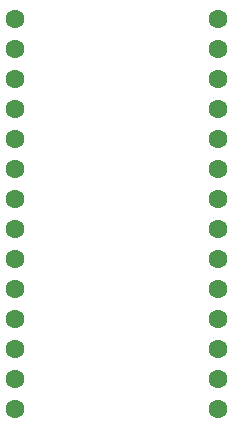
<source format=gbr>
%TF.GenerationSoftware,KiCad,Pcbnew,5.1.8-db9833491~88~ubuntu20.10.1*%
%TF.CreationDate,2020-11-26T14:28:53-05:00*%
%TF.ProjectId,pcb2molex8878_chamfer,70636232-6d6f-46c6-9578-383837385f63,rev?*%
%TF.SameCoordinates,Original*%
%TF.FileFunction,Plated,1,2,PTH,Drill*%
%TF.FilePolarity,Positive*%
%FSLAX46Y46*%
G04 Gerber Fmt 4.6, Leading zero omitted, Abs format (unit mm)*
G04 Created by KiCad (PCBNEW 5.1.8-db9833491~88~ubuntu20.10.1) date 2020-11-26 14:28:53*
%MOMM*%
%LPD*%
G01*
G04 APERTURE LIST*
%TA.AperFunction,ComponentDrill*%
%ADD10C,1.597660*%
%TD*%
G04 APERTURE END LIST*
D10*
%TO.C,contacts1*%
X138633200Y-82677000D03*
X138633200Y-85217000D03*
X138633200Y-87757000D03*
X138633200Y-90297000D03*
X138633200Y-92837000D03*
X138633200Y-95377000D03*
X138633200Y-97917000D03*
X138633200Y-100457000D03*
X138633200Y-102997000D03*
X138633200Y-105537000D03*
X138633200Y-108077000D03*
X138633200Y-110617000D03*
X138633200Y-113157000D03*
X138633200Y-115697000D03*
X155803600Y-82677000D03*
X155818400Y-85217000D03*
X155818400Y-87757000D03*
X155818400Y-90297000D03*
X155818400Y-92837000D03*
X155818400Y-95377000D03*
X155818400Y-97917000D03*
X155818400Y-100457000D03*
X155818400Y-102997000D03*
X155818400Y-105537000D03*
X155818400Y-108077000D03*
X155818400Y-110617000D03*
X155818400Y-113157000D03*
X155818400Y-115697000D03*
M02*

</source>
